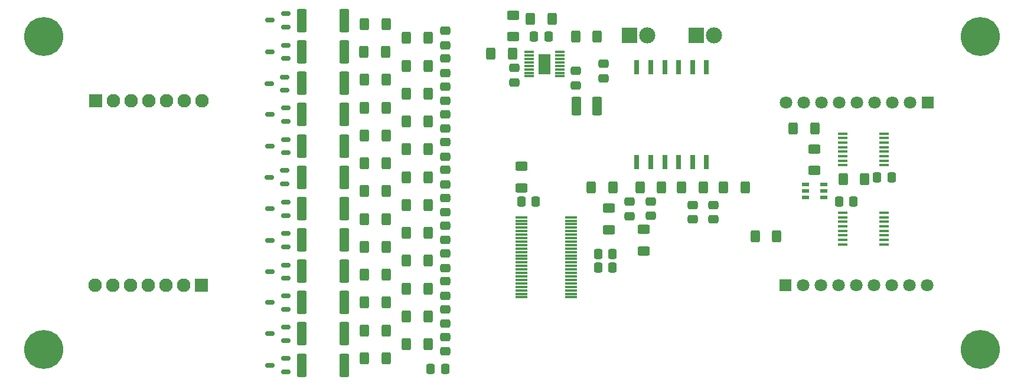
<source format=gbr>
%TF.GenerationSoftware,KiCad,Pcbnew,8.0.2*%
%TF.CreationDate,2024-06-17T10:52:44+02:00*%
%TF.ProjectId,BMS V1.0,424d5320-5631-42e3-902e-6b696361645f,rev?*%
%TF.SameCoordinates,Original*%
%TF.FileFunction,Soldermask,Top*%
%TF.FilePolarity,Negative*%
%FSLAX46Y46*%
G04 Gerber Fmt 4.6, Leading zero omitted, Abs format (unit mm)*
G04 Created by KiCad (PCBNEW 8.0.2) date 2024-06-17 10:52:44*
%MOMM*%
%LPD*%
G01*
G04 APERTURE LIST*
G04 Aperture macros list*
%AMRoundRect*
0 Rectangle with rounded corners*
0 $1 Rounding radius*
0 $2 $3 $4 $5 $6 $7 $8 $9 X,Y pos of 4 corners*
0 Add a 4 corners polygon primitive as box body*
4,1,4,$2,$3,$4,$5,$6,$7,$8,$9,$2,$3,0*
0 Add four circle primitives for the rounded corners*
1,1,$1+$1,$2,$3*
1,1,$1+$1,$4,$5*
1,1,$1+$1,$6,$7*
1,1,$1+$1,$8,$9*
0 Add four rect primitives between the rounded corners*
20,1,$1+$1,$2,$3,$4,$5,0*
20,1,$1+$1,$4,$5,$6,$7,0*
20,1,$1+$1,$6,$7,$8,$9,0*
20,1,$1+$1,$8,$9,$2,$3,0*%
G04 Aperture macros list end*
%ADD10R,2.325000X2.325000*%
%ADD11C,2.325000*%
%ADD12RoundRect,0.250000X-0.475000X0.337500X-0.475000X-0.337500X0.475000X-0.337500X0.475000X0.337500X0*%
%ADD13RoundRect,0.250000X-0.400000X-0.625000X0.400000X-0.625000X0.400000X0.625000X-0.400000X0.625000X0*%
%ADD14C,5.600000*%
%ADD15RoundRect,0.250001X-0.462499X-1.074999X0.462499X-1.074999X0.462499X1.074999X-0.462499X1.074999X0*%
%ADD16R,1.800000X0.300000*%
%ADD17RoundRect,0.250000X0.400000X0.625000X-0.400000X0.625000X-0.400000X-0.625000X0.400000X-0.625000X0*%
%ADD18RoundRect,0.249999X0.450001X1.425001X-0.450001X1.425001X-0.450001X-1.425001X0.450001X-1.425001X0*%
%ADD19R,1.475000X0.450000*%
%ADD20RoundRect,0.150000X0.512500X0.150000X-0.512500X0.150000X-0.512500X-0.150000X0.512500X-0.150000X0*%
%ADD21RoundRect,0.250000X-0.337500X-0.475000X0.337500X-0.475000X0.337500X0.475000X-0.337500X0.475000X0*%
%ADD22RoundRect,0.250000X-0.625000X0.400000X-0.625000X-0.400000X0.625000X-0.400000X0.625000X0.400000X0*%
%ADD23RoundRect,0.250000X0.475000X-0.337500X0.475000X0.337500X-0.475000X0.337500X-0.475000X-0.337500X0*%
%ADD24R,1.050000X0.550000*%
%ADD25RoundRect,0.250000X0.625000X-0.400000X0.625000X0.400000X-0.625000X0.400000X-0.625000X-0.400000X0*%
%ADD26R,1.800000X1.800000*%
%ADD27C,1.800000*%
%ADD28RoundRect,0.250000X0.337500X0.475000X-0.337500X0.475000X-0.337500X-0.475000X0.337500X-0.475000X0*%
%ADD29R,1.425000X0.300000*%
%ADD30R,1.753000X2.947000*%
%ADD31R,1.950000X1.950000*%
%ADD32C,1.950000*%
%ADD33R,0.800000X2.010000*%
G04 APERTURE END LIST*
D10*
%TO.C,J3*%
X163000000Y-68155000D03*
D11*
X165540000Y-68155000D03*
%TD*%
D12*
%TO.C,C15*%
X127000000Y-95462500D03*
X127000000Y-97537500D03*
%TD*%
D13*
%TO.C,R38*%
X115450000Y-74500000D03*
X118550000Y-74500000D03*
%TD*%
D14*
%TO.C,*%
X203750000Y-113250000D03*
%TD*%
D15*
%TO.C,L1*%
X145800500Y-78250000D03*
X148775500Y-78250000D03*
%TD*%
D16*
%TO.C,IC6*%
X137950000Y-94250000D03*
X137950000Y-94750000D03*
X137950000Y-95250000D03*
X137950000Y-95750000D03*
X137950000Y-96250000D03*
X137950000Y-96750000D03*
X137950000Y-97250000D03*
X137950000Y-97750000D03*
X137950000Y-98250000D03*
X137950000Y-98750000D03*
X137950000Y-99250000D03*
X137950000Y-99750000D03*
X137950000Y-100250000D03*
X137950000Y-100750000D03*
X137950000Y-101250000D03*
X137950000Y-101750000D03*
X137950000Y-102250000D03*
X137950000Y-102750000D03*
X137950000Y-103250000D03*
X137950000Y-103750000D03*
X137950000Y-104250000D03*
X137950000Y-104750000D03*
X137950000Y-105250000D03*
X137950000Y-105750000D03*
X145050000Y-105750000D03*
X145050000Y-105250000D03*
X145050000Y-104750000D03*
X145050000Y-104250000D03*
X145050000Y-103750000D03*
X145050000Y-103250000D03*
X145050000Y-102750000D03*
X145050000Y-102250000D03*
X145050000Y-101750000D03*
X145050000Y-101250000D03*
X145050000Y-100750000D03*
X145050000Y-100250000D03*
X145050000Y-99750000D03*
X145050000Y-99250000D03*
X145050000Y-98750000D03*
X145050000Y-98250000D03*
X145050000Y-97750000D03*
X145050000Y-97250000D03*
X145050000Y-96750000D03*
X145050000Y-96250000D03*
X145050000Y-95750000D03*
X145050000Y-95250000D03*
X145050000Y-94750000D03*
X145050000Y-94250000D03*
%TD*%
D13*
%TO.C,R32*%
X115450000Y-82500000D03*
X118550000Y-82500000D03*
%TD*%
D17*
%TO.C,R7*%
X174550000Y-97000000D03*
X171450000Y-97000000D03*
%TD*%
D13*
%TO.C,R24*%
X121450000Y-96500000D03*
X124550000Y-96500000D03*
%TD*%
%TO.C,R23*%
X115450000Y-94500000D03*
X118550000Y-94500000D03*
%TD*%
D18*
%TO.C,R46*%
X112600000Y-115500000D03*
X106500000Y-115500000D03*
%TD*%
D19*
%TO.C,IC3*%
X189938000Y-98150000D03*
X189938000Y-97500000D03*
X189938000Y-96850000D03*
X189938000Y-96200000D03*
X189938000Y-95550000D03*
X189938000Y-94900000D03*
X189938000Y-94250000D03*
X189938000Y-93600000D03*
X184062000Y-93600000D03*
X184062000Y-94250000D03*
X184062000Y-94900000D03*
X184062000Y-95550000D03*
X184062000Y-96200000D03*
X184062000Y-96850000D03*
X184062000Y-97500000D03*
X184062000Y-98150000D03*
%TD*%
D12*
%TO.C,C18*%
X127000000Y-83462500D03*
X127000000Y-85537500D03*
%TD*%
D13*
%TO.C,R12*%
X121450000Y-108500000D03*
X124550000Y-108500000D03*
%TD*%
D20*
%TO.C,Q11*%
X104187500Y-66900000D03*
X104187500Y-65000000D03*
X101912500Y-65950000D03*
%TD*%
D14*
%TO.C,*%
X69500000Y-113250000D03*
%TD*%
D21*
%TO.C,C1*%
X139750500Y-68250000D03*
X141825500Y-68250000D03*
%TD*%
D22*
%TO.C,R51*%
X138000000Y-86950000D03*
X138000000Y-90050000D03*
%TD*%
D23*
%TO.C,C9*%
X162500000Y-94537500D03*
X162500000Y-92462500D03*
%TD*%
D12*
%TO.C,C12*%
X127000000Y-107462500D03*
X127000000Y-109537500D03*
%TD*%
D13*
%TO.C,R44*%
X115450000Y-66500000D03*
X118550000Y-66500000D03*
%TD*%
D12*
%TO.C,C17*%
X127000000Y-87462500D03*
X127000000Y-89537500D03*
%TD*%
D13*
%TO.C,R15*%
X115450000Y-110500000D03*
X118550000Y-110500000D03*
%TD*%
%TO.C,R27*%
X121450000Y-92500000D03*
X124550000Y-92500000D03*
%TD*%
D24*
%TO.C,IC2*%
X181300000Y-91400000D03*
X181300000Y-90450000D03*
X181300000Y-89500000D03*
X178700000Y-89500000D03*
X178700000Y-90450000D03*
X178700000Y-91400000D03*
%TD*%
D23*
%TO.C,C2*%
X149750000Y-74287500D03*
X149750000Y-72212500D03*
%TD*%
D25*
%TO.C,R49*%
X150500000Y-96050000D03*
X150500000Y-92950000D03*
%TD*%
D12*
%TO.C,C23*%
X127000000Y-111462500D03*
X127000000Y-113537500D03*
%TD*%
D17*
%TO.C,R52*%
X187183538Y-88818599D03*
X184083538Y-88818599D03*
%TD*%
D18*
%TO.C,R43*%
X112600000Y-66000000D03*
X106500000Y-66000000D03*
%TD*%
D21*
%TO.C,C25*%
X137962500Y-92000000D03*
X140037500Y-92000000D03*
%TD*%
D18*
%TO.C,R19*%
X112600000Y-102000000D03*
X106500000Y-102000000D03*
%TD*%
%TO.C,R31*%
X112600000Y-84000000D03*
X106500000Y-84000000D03*
%TD*%
D13*
%TO.C,R3*%
X145738000Y-68250000D03*
X148838000Y-68250000D03*
%TD*%
D21*
%TO.C,C11*%
X148962500Y-99500000D03*
X151037500Y-99500000D03*
%TD*%
D12*
%TO.C,C13*%
X127000000Y-103462500D03*
X127000000Y-105537500D03*
%TD*%
D13*
%TO.C,R30*%
X121450000Y-88500000D03*
X124550000Y-88500000D03*
%TD*%
D26*
%TO.C,J5*%
X196200000Y-77775000D03*
D27*
X193660000Y-77775000D03*
X191120000Y-77775000D03*
X188580000Y-77775000D03*
X186040000Y-77775000D03*
X183500000Y-77775000D03*
X180960000Y-77775000D03*
X178420000Y-77775000D03*
X175880000Y-77775000D03*
%TD*%
D18*
%TO.C,R22*%
X112600000Y-97500000D03*
X106500000Y-97500000D03*
%TD*%
D17*
%TO.C,R11*%
X164050000Y-90000000D03*
X160950000Y-90000000D03*
%TD*%
D12*
%TO.C,C22*%
X127000000Y-67462500D03*
X127000000Y-69537500D03*
%TD*%
D13*
%TO.C,R42*%
X121450000Y-72500000D03*
X124550000Y-72500000D03*
%TD*%
D21*
%TO.C,C10*%
X148962500Y-101500000D03*
X151037500Y-101500000D03*
%TD*%
D13*
%TO.C,R48*%
X121450000Y-112500000D03*
X124550000Y-112500000D03*
%TD*%
D28*
%TO.C,C24*%
X127037500Y-116000000D03*
X124962500Y-116000000D03*
%TD*%
D12*
%TO.C,C14*%
X127000000Y-99462500D03*
X127000000Y-101537500D03*
%TD*%
D20*
%TO.C,Q6*%
X104050000Y-89450000D03*
X104050000Y-87550000D03*
X101775000Y-88500000D03*
%TD*%
D17*
%TO.C,R10*%
X170050000Y-90000000D03*
X166950000Y-90000000D03*
%TD*%
D13*
%TO.C,R29*%
X115450000Y-86500000D03*
X118550000Y-86500000D03*
%TD*%
D20*
%TO.C,Q9*%
X104050000Y-76000000D03*
X104050000Y-74100000D03*
X101775000Y-75050000D03*
%TD*%
D13*
%TO.C,R26*%
X115450000Y-90500000D03*
X118550000Y-90500000D03*
%TD*%
D20*
%TO.C,Q4*%
X104187500Y-98500000D03*
X104187500Y-96600000D03*
X101912500Y-97550000D03*
%TD*%
%TO.C,Q3*%
X104187500Y-103000000D03*
X104187500Y-101100000D03*
X101912500Y-102050000D03*
%TD*%
D18*
%TO.C,R28*%
X112550000Y-88500000D03*
X106450000Y-88500000D03*
%TD*%
D13*
%TO.C,R17*%
X115450000Y-102500000D03*
X118550000Y-102500000D03*
%TD*%
%TO.C,R4*%
X133562465Y-70768955D03*
X136662465Y-70768955D03*
%TD*%
D29*
%TO.C,IC1*%
X139076000Y-70500000D03*
X139076000Y-71000000D03*
X139076000Y-71500000D03*
X139076000Y-72000000D03*
X139076000Y-72500000D03*
X139076000Y-73000000D03*
X139076000Y-73500000D03*
X139076000Y-74000000D03*
X143500000Y-74000000D03*
X143500000Y-73500000D03*
X143500000Y-73000000D03*
X143500000Y-72500000D03*
X143500000Y-72000000D03*
X143500000Y-71500000D03*
X143500000Y-71000000D03*
X143500000Y-70500000D03*
D30*
X141288000Y-72250000D03*
%TD*%
D13*
%TO.C,R8*%
X147950000Y-90000000D03*
X151050000Y-90000000D03*
%TD*%
%TO.C,R39*%
X121450000Y-76500000D03*
X124550000Y-76500000D03*
%TD*%
D26*
%TO.C,J4*%
X175840000Y-104000000D03*
D27*
X178380000Y-104000000D03*
X180920000Y-104000000D03*
X183460000Y-104000000D03*
X186000000Y-104000000D03*
X188540000Y-104000000D03*
X191080000Y-104000000D03*
X193620000Y-104000000D03*
X196160000Y-104000000D03*
%TD*%
D31*
%TO.C,J6*%
X76930000Y-77500000D03*
D32*
X79470000Y-77500000D03*
X82010000Y-77500000D03*
X84550000Y-77500000D03*
X87090000Y-77500000D03*
X89630000Y-77500000D03*
X92170000Y-77500000D03*
%TD*%
D33*
%TO.C,T1*%
X164500000Y-72655000D03*
X162500000Y-72655000D03*
X160500000Y-72655000D03*
X158500000Y-72655000D03*
X156500000Y-72655000D03*
X154500000Y-72655000D03*
X154500000Y-86345000D03*
X156500000Y-86345000D03*
X158500000Y-86345000D03*
X160500000Y-86345000D03*
X162500000Y-86345000D03*
X164500000Y-86345000D03*
%TD*%
D12*
%TO.C,C20*%
X127000000Y-75462500D03*
X127000000Y-77537500D03*
%TD*%
D28*
%TO.C,C26*%
X185575000Y-92000000D03*
X183500000Y-92000000D03*
%TD*%
D18*
%TO.C,R25*%
X112550000Y-93000000D03*
X106450000Y-93000000D03*
%TD*%
D23*
%TO.C,C7*%
X156500000Y-94037500D03*
X156500000Y-91962500D03*
%TD*%
D10*
%TO.C,J1*%
X153460000Y-68155000D03*
D11*
X156000000Y-68155000D03*
%TD*%
D23*
%TO.C,C6*%
X153500000Y-94075000D03*
X153500000Y-92000000D03*
%TD*%
D14*
%TO.C,*%
X203750000Y-68250000D03*
%TD*%
D18*
%TO.C,R14*%
X112600000Y-111000000D03*
X106500000Y-111000000D03*
%TD*%
D13*
%TO.C,R41*%
X115400000Y-70500000D03*
X118500000Y-70500000D03*
%TD*%
%TO.C,R20*%
X115450000Y-98500000D03*
X118550000Y-98500000D03*
%TD*%
%TO.C,R36*%
X121450000Y-80500000D03*
X124550000Y-80500000D03*
%TD*%
%TO.C,R33*%
X121450000Y-84500000D03*
X124550000Y-84500000D03*
%TD*%
%TO.C,R35*%
X115450000Y-78500000D03*
X118550000Y-78500000D03*
%TD*%
D18*
%TO.C,R37*%
X112600000Y-75000000D03*
X106500000Y-75000000D03*
%TD*%
%TO.C,R16*%
X112600000Y-106500000D03*
X106500000Y-106500000D03*
%TD*%
D13*
%TO.C,R13*%
X115450000Y-106500000D03*
X118550000Y-106500000D03*
%TD*%
%TO.C,R45*%
X121450000Y-68500000D03*
X124550000Y-68500000D03*
%TD*%
D20*
%TO.C,Q2*%
X104187500Y-107450000D03*
X104187500Y-105550000D03*
X101912500Y-106500000D03*
%TD*%
%TO.C,Q12*%
X104187500Y-116450000D03*
X104187500Y-114550000D03*
X101912500Y-115500000D03*
%TD*%
D22*
%TO.C,R50*%
X155500000Y-96000000D03*
X155500000Y-99100000D03*
%TD*%
%TO.C,R1*%
X136788000Y-65200000D03*
X136788000Y-68300000D03*
%TD*%
D18*
%TO.C,R40*%
X112600000Y-70500000D03*
X106500000Y-70500000D03*
%TD*%
D13*
%TO.C,R21*%
X121450000Y-100500000D03*
X124550000Y-100500000D03*
%TD*%
D14*
%TO.C,REF\u002A\u002A*%
X69500000Y-68250000D03*
%TD*%
D13*
%TO.C,R18*%
X121450000Y-104500000D03*
X124550000Y-104500000D03*
%TD*%
D12*
%TO.C,C21*%
X127000000Y-71462500D03*
X127000000Y-73537500D03*
%TD*%
D20*
%TO.C,Q5*%
X104187500Y-94000000D03*
X104187500Y-92100000D03*
X101912500Y-93050000D03*
%TD*%
D21*
%TO.C,C5*%
X188962500Y-88500000D03*
X191037500Y-88500000D03*
%TD*%
D31*
%TO.C,J2*%
X92050000Y-104000000D03*
D32*
X89510000Y-104000000D03*
X86970000Y-104000000D03*
X84430000Y-104000000D03*
X81890000Y-104000000D03*
X79350000Y-104000000D03*
X76810000Y-104000000D03*
%TD*%
D18*
%TO.C,R34*%
X112600000Y-79500000D03*
X106500000Y-79500000D03*
%TD*%
D20*
%TO.C,Q7*%
X104187500Y-85000000D03*
X104187500Y-83100000D03*
X101912500Y-84050000D03*
%TD*%
D23*
%TO.C,C8*%
X165500000Y-94537500D03*
X165500000Y-92462500D03*
%TD*%
D13*
%TO.C,R6*%
X176950000Y-81500000D03*
X180050000Y-81500000D03*
%TD*%
D20*
%TO.C,Q10*%
X104187500Y-71450000D03*
X104187500Y-69550000D03*
X101912500Y-70500000D03*
%TD*%
%TO.C,Q1*%
X104187500Y-111950000D03*
X104187500Y-110050000D03*
X101912500Y-111000000D03*
%TD*%
D19*
%TO.C,IC4*%
X184062000Y-82225000D03*
X184062000Y-82875000D03*
X184062000Y-83525000D03*
X184062000Y-84175000D03*
X184062000Y-84825000D03*
X184062000Y-85475000D03*
X184062000Y-86125000D03*
X184062000Y-86775000D03*
X189938000Y-86775000D03*
X189938000Y-86125000D03*
X189938000Y-85475000D03*
X189938000Y-84825000D03*
X189938000Y-84175000D03*
X189938000Y-83525000D03*
X189938000Y-82875000D03*
X189938000Y-82225000D03*
%TD*%
D23*
%TO.C,C4*%
X136911722Y-74877204D03*
X136911722Y-72802204D03*
%TD*%
D13*
%TO.C,R47*%
X115450000Y-114500000D03*
X118550000Y-114500000D03*
%TD*%
D12*
%TO.C,C16*%
X127000000Y-91462500D03*
X127000000Y-93537500D03*
%TD*%
%TO.C,C19*%
X127000000Y-79462500D03*
X127000000Y-81537500D03*
%TD*%
D20*
%TO.C,Q8*%
X104187500Y-80450000D03*
X104187500Y-78550000D03*
X101912500Y-79500000D03*
%TD*%
D23*
%TO.C,C3*%
X145788000Y-75287500D03*
X145788000Y-73212500D03*
%TD*%
D17*
%TO.C,R2*%
X142338000Y-65750000D03*
X139238000Y-65750000D03*
%TD*%
D22*
%TO.C,R5*%
X180000000Y-84450000D03*
X180000000Y-87550000D03*
%TD*%
D13*
%TO.C,R9*%
X154950000Y-90000000D03*
X158050000Y-90000000D03*
%TD*%
M02*

</source>
